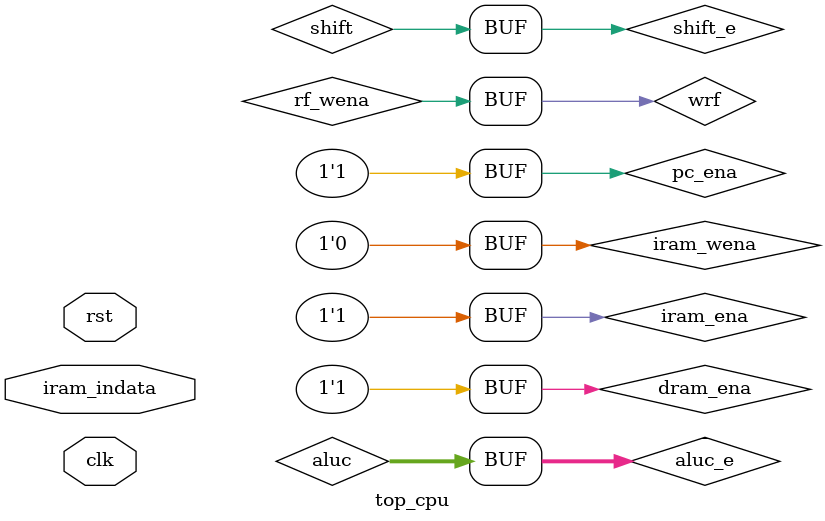
<source format=v>
`timescale 1ns / 1ps
module top_cpu(
		input clk,
		input rst,
		//ÐÞ¸ÄimemÊ±µÄÊý¾Ý
		input [31:0] iram_indata
    );

//for test
//wire [31:0] iram_indata;

//------------------------¿ØÖÆÐÅºÅ---------------------------
//iram_ena: Ö¸Áî¼Ä´æÆ÷Ê¹ÄÜÐÅºÅ£¬ ³£Îª¸ßµçÆ½Ê¹ÄÜ
//iram_wena: Ö¸Áî¼Ä´æÆ÷Ð´ÐÅºÅ£¬ÓÃÓÚdebugÊ±ÐÞ¸ÄÖ¸Áî¼Ä´æÆ÷ÄÚ²¿µÄÖµ
//pc_ena£ºpc¼Ä´æÆ÷Ê¹ÄÜÐÅºÅ£¬¸ßµçÆ½ÓÐÐ§£¬ÔÚÁ÷Ë®ÏßstallÊ±£¬Ê¹ÆäµÍµçÆ½ÎÞÐ§
//rf_ena£ºÔÚ»ØÐ´½×¶Î£¬ÐèÒªÐ´¼Ä´æÆ÷×é¸øµÄÐ´ÐÅºÅ
//wrf: ÔÚÒëÂë½×¶Î£¬µÃµ½µÄÐ´¼Ä´æÆ÷×éÐÅºÅ
//shift£ºÔÚÒëÂë½×¶Î£¬µÃµ½µÄ×îÖÕÐ´Èëalua¶ËµÄÑ¡ÔñÐÅºÅ£¬µÍµçÆ½£ºÑ¡Ôñ¼Ä´æÆ÷¶Á³öµÄrd1£¬¸ßµçÆ½£ºÑ¡Ôñshamt32À©Õ¹ºóµÄÖµ
//immc: ÔÚÒëÂë½×¶Î£¬µÃµ½µÄ×îÖÕÎüÈëalub¶ËµÄÑ¡ÔñÐÅºÅ£¬µÍµçÆ½£ºÑ¡Ôñ¼Ä´æÆ÷¶Á³öµÄrd2£¬¸ßµçÆ½£ºÑ¡Ôñimm32Öµ
//aluc: ÔÚÒëÂë½×¶Î£¬µÃµ½µÄaluµÄ¿ØÖÆÐÅºÅ
//shift_e: ÔÚÖ´ÐÐ½×¶Î£¬aluaÐèÒªµÄ¿ØÖÆÐÅºÅ
//aluc_e£º ÔÚÖ´ÐÐ½×¶Î£¬aluÐèÒªµÄ¿ØÖÆÐÅºÅ
//dram_ena: ÔÚ´æ´¢½×¶Î£¬dramµÄÊ¹ÄÜÐÅºÅ
//dram_wena£ºÔÚ´æ´¢½×¶Î£¬dramµÄÐ´ÐÅºÅ
//wbdc: ÔÚ»ØÐ´½×¶Î£¬×îÖÕ»ØÐ´µ½¼Ä´æÆ÷×éÊý¾ÝµÄÑ¡ÔñÐÅºÅ£¬¸ßµçÆ½£ºÊý¾Ý´æ´¢Æ÷Êä³ö£¬µÍµçÆ½£ºalu¶Ë½á¹û
//dmem: ÒëÂë½×¶Î£¬Ð´Êý¾Ý¼Ä´æÆ÷Ð´ÐÅºÅ
wire iram_ena, iram_wena, pc_ena; 
wire rf_wena;
wire wrf, shift, immc;
wire [3:0] aluc;
wire [1:0] pcsource;
wire shift_e;
wire [3:0] aluc_e;
wire dram_ena, dram_wena;
wire wbdc;
wire wdmem;

//------------------------Êý¾Ý×ÜÏß---------------------------
//pc: µ±Ç°pcÖµ
//npc£ºÏÂÒ»¸öpcÖµ
//instr: ÔÚÈ¡Ö¸½×¶Î£¬´ÓÈ¡Ö¸Áîµ¥ÔªµÃµ½µÄÖ¸Áî
//pc_jr: ÔÚÈ¡Öµ½×¶Î£¬ÔÚÒëÂë½×¶ÎµÃµ½µÄ´Ó¼Ä´æÆ÷×éµÃµ½µÄjrµÄÌø×ªµÄµØÖ·£¬ÆäÖÐÒ»¸önpcµÄÖµ
//wrf_data£ºÔÚ»ØÐ´½×¶Î£¬×îÖÕÐ´Èëµ½¼Ä´æÆ÷×éµÄÊý¾Ý
//wrf_addr: »ØÐ´½×¶ÎÐ´¼Ä´æÆ÷µÄµØÖ·
//rd1, rd2: ÔÚÒëÂë½×¶ÎÈ¡³öµÄÔ´²Ù×÷ÊýaºÍb
//shamt32: ÒëÂë½×¶Îinstr[10:6]Á¢¼´ÊýµÄÀ©Õ¹Öµ
//imm32£ºÒëÂë½×¶Îinstr[15:0]Á¢¼´ÊýÀ©Õ¹Öµ
//alud: ÔÚÖ´ÐÐ½×¶Î£¬aluµÃ³öµÄÔËËã½á¹û
//zero, carry, overflow, negative£ºÖ´ÐÐ½×¶ÎµÃµ½µÄ±êÖ¾Î»
//wrf_addr_d: ÒëÂë½×¶Î£¬µÃµ½Òª»ØÐ´µÄ¼Ä´æÆ÷µØÖ·
//dram_indata: ´æ´¢½×¶Î£¬ÐèÒªÐ´µ½Êý¾Ý´æ´¢Æ÷µÄÄÚÈÝ
//dram_outdata: ´æ´¢½×¶Î£¬´ÓÊý¾Ý´æ´¢Æ÷¶Á³öµÄÄÚÈÝ
//wbd: »ØÐ´½×¶Î£¬×îÖÕÒªÐ´»Ø¼Ä´æÆ÷µÄÖµ
//imm18: ÒëÂë½×¶Î£¬µÃµ½×óÒÆÁ½Î»µÄimmÖµ
//index28: ÒëÂë½×¶Î£¬µÃµ½×óÒÆÁ½Î»µÄindexÖµ
//pc8: È¡Ö¸½×¶Î£¬µÃµ½pc+8µÄÖµ
//wa_f: Ö´ÐÐ½×¶Î£¬µÃµ½ÒëÂë½×¶ÎµÃµ½µÄ»ØÐ´µØÖ·
//wa_e: Ö´ÐÐ½×¶Î£¬µÃµ½µÄ»ØÐ´µØÖ·
//aludc: ÒëÂë½×¶Î£¬µÃµ½µÄ¿ØÖÆ×îÖÕaluÊä³ö¶ËµÄ¿ØÖÆÐÅºÅ
wire [31:0] pc, npc;
wire [31:0] instr;
wire [31:0] pc_jr;
wire [31:0] wrf_data;
wire [4:0] wrf_addr;
wire [31:0] rd1, rd2, shamt32, imm32;
wire [31:0] alud;
wire zero, carry, overflow, negative;
//wire [4:0] wrf_addr_d;
wire [31:0] dram_indata, dram_outdata;
wire [31:0] wbd;
wire [17:0] imm18;
wire [27:0] index28;
wire [31:0] pc8;
wire [4:0] wa_f, wa_e;
wire aludc;

dffe #(32) pcreg(clk, rst, pc_ena, npc, pc);
pipe_if pipeif(clk, pc, iram_ena, iram_wena, iram_indata, pc_jr, pcsource, imm18, index28, instr, npc, pc8);
pipe_id pipeid(clk, rst, instr, wrf_data, rf_wena, wrf_addr, zero, rd1, rd2, shamt32, imm32, wa_f, imm18, index28, aluc, wrf, shift, immc, pcsource, wdmem, wbdc, aludc);
pipe_exe pipeexe(rd1, rd2, shamt32, imm32, pc8, immc, shift_e, aludc, aluc_e, wa_f, wa_e, alud, zero, carry, negative, overflow);
pipe_mem pipemem(clk, dram_ena, dram_wena, alud, dram_indata, dram_outdata);
pipe_wb pipewb(dram_outdata, alud, wbdc, wbd);

assign iram_ena = 1'b1;
assign iram_wena = 1'b0;
assign pc_ena = 1'b1;
assign rf_wena = wrf;
assign aluc_e = aluc;
assign shift_e = shift;
assign pc_jr = rd1;
assign wrf_data = wbd;
assign wrf_addr = wa_e;
assign dram_indata = rd2;
assign dram_wena = wdmem;
assign dram_ena = 1'b1;

endmodule

</source>
